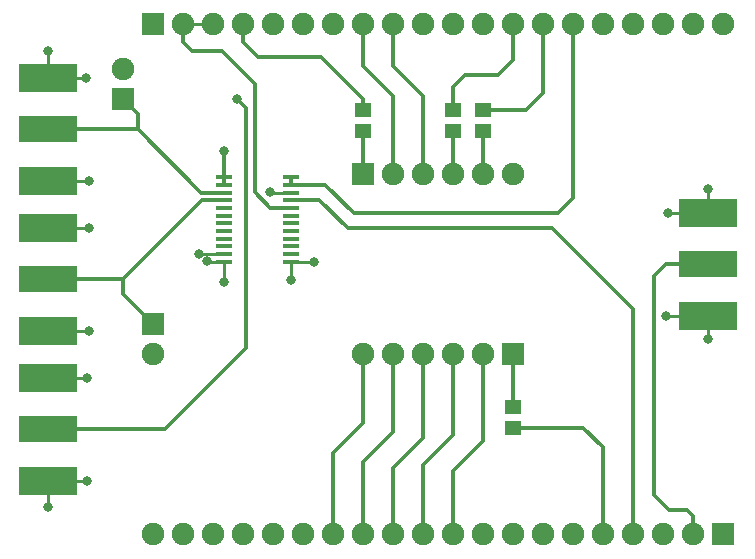
<source format=gbr>
G04 #@! TF.GenerationSoftware,KiCad,Pcbnew,5.0.0-rc2-dev-unknown-5ef715f~63~ubuntu16.04.1*
G04 #@! TF.CreationDate,2018-05-28T16:07:58+01:00*
G04 #@! TF.ProjectId,nano-shield,6E616E6F2D736869656C642E6B696361,rev?*
G04 #@! TF.SameCoordinates,Original*
G04 #@! TF.FileFunction,Copper,L1,Top,Signal*
G04 #@! TF.FilePolarity,Positive*
%FSLAX46Y46*%
G04 Gerber Fmt 4.6, Leading zero omitted, Abs format (unit mm)*
G04 Created by KiCad (PCBNEW 5.0.0-rc2-dev-unknown-5ef715f~63~ubuntu16.04.1) date Mon May 28 16:07:58 2018*
%MOMM*%
%LPD*%
G01*
G04 APERTURE LIST*
%ADD10R,1.350000X0.450000*%
%ADD11C,1.900000*%
%ADD12R,1.900000X1.900000*%
%ADD13R,1.450000X1.150000*%
%ADD14R,5.000000X2.400000*%
%ADD15R,5.000000X2.300000*%
%ADD16C,0.800000*%
%ADD17C,0.300000*%
%ADD18C,0.250000*%
G04 APERTURE END LIST*
D10*
X54275000Y-43415000D03*
X54275000Y-44065000D03*
X54275000Y-44715000D03*
X54275000Y-45365000D03*
X54275000Y-46015000D03*
X54275000Y-46665000D03*
X54275000Y-47315000D03*
X54275000Y-47965000D03*
X54275000Y-48615000D03*
X54275000Y-49265000D03*
X54275000Y-49915000D03*
X54275000Y-50565000D03*
X60025000Y-50565000D03*
X60025000Y-49915000D03*
X60025000Y-49265000D03*
X60025000Y-48615000D03*
X60025000Y-47965000D03*
X60025000Y-47315000D03*
X60025000Y-46665000D03*
X60025000Y-46015000D03*
X60025000Y-45365000D03*
X60025000Y-44715000D03*
X60025000Y-44065000D03*
X60025000Y-43415000D03*
D11*
X48259999Y-73660000D03*
X50799999Y-73660000D03*
X53339999Y-73660000D03*
X55879999Y-73660000D03*
X58419999Y-73660000D03*
X60959999Y-73660000D03*
X63499999Y-73660000D03*
X66039999Y-73660000D03*
X68579999Y-73660000D03*
X71119999Y-73660000D03*
X73659999Y-73660000D03*
X76199999Y-73660000D03*
X78739999Y-73660000D03*
X81279999Y-73660000D03*
X83819999Y-73660000D03*
X86359999Y-73660000D03*
X88899999Y-73660000D03*
X91439999Y-73660000D03*
X93979999Y-73660000D03*
D12*
X96519999Y-73660000D03*
X48260000Y-30480000D03*
D11*
X50800000Y-30480000D03*
X53340000Y-30480000D03*
X55880000Y-30480000D03*
X58420000Y-30480000D03*
X60960000Y-30480000D03*
X63500000Y-30480000D03*
X66040000Y-30480000D03*
X68580000Y-30480000D03*
X71120000Y-30480000D03*
X73660000Y-30480000D03*
X76200000Y-30480000D03*
X78740000Y-30480000D03*
X81280000Y-30480000D03*
X83820000Y-30480000D03*
X86360000Y-30480000D03*
X88900000Y-30480000D03*
X91440000Y-30480000D03*
X93980000Y-30480000D03*
X96520000Y-30480000D03*
D12*
X66040000Y-43180000D03*
D11*
X68580000Y-43180000D03*
X71120000Y-43180000D03*
X73660000Y-43180000D03*
X76200000Y-43180000D03*
X78740000Y-43180000D03*
X66040000Y-58420000D03*
X68580000Y-58420000D03*
X71120000Y-58420000D03*
X73660000Y-58420000D03*
X76200000Y-58420000D03*
D12*
X78740000Y-58420000D03*
X45720000Y-36830001D03*
D11*
X45720000Y-34290001D03*
X48260000Y-58420000D03*
D12*
X48260000Y-55880000D03*
D13*
X66040000Y-39508000D03*
X66040000Y-37708000D03*
X73660000Y-37708000D03*
X73660000Y-39508000D03*
X76200000Y-39508000D03*
X76200000Y-37708000D03*
X78740000Y-62854000D03*
X78740000Y-64654000D03*
D14*
X95250000Y-55175000D03*
X95250000Y-46425000D03*
D15*
X95250000Y-50800000D03*
X39370000Y-64770000D03*
D14*
X39370000Y-69145000D03*
X39370000Y-60395000D03*
X39370000Y-34995000D03*
X39370000Y-43745000D03*
D15*
X39370000Y-39370000D03*
X39370000Y-52070000D03*
D14*
X39370000Y-56445000D03*
X39370000Y-47695000D03*
D16*
X55372000Y-36830000D03*
X54275000Y-41229000D03*
X52201000Y-49915000D03*
X54275000Y-52243000D03*
X60025000Y-52151000D03*
X61957000Y-50565000D03*
X52832000Y-50546000D03*
X95250000Y-57150000D03*
X91751000Y-55175000D03*
X95250000Y-44450000D03*
X91891000Y-46425000D03*
X39370000Y-32766000D03*
X42615000Y-34995000D03*
X42869000Y-43745000D03*
X42869000Y-47695000D03*
X42869000Y-56445000D03*
X42729000Y-60395000D03*
X42729000Y-69145000D03*
X39370000Y-71374000D03*
X58166000Y-44704000D03*
D17*
X54275000Y-44715000D02*
X52335000Y-44715000D01*
X46990000Y-39370000D02*
X39370000Y-39370000D01*
X52335000Y-44715000D02*
X46990000Y-39370000D01*
X46990000Y-39370000D02*
X46990000Y-38100000D01*
X45720001Y-36830001D02*
X45720000Y-36830001D01*
X46990000Y-38100000D02*
X45720001Y-36830001D01*
X54275000Y-45365000D02*
X52425000Y-45365000D01*
X45720000Y-52070000D02*
X39370000Y-52070000D01*
X52425000Y-45365000D02*
X45720000Y-52070000D01*
X45720000Y-53340000D02*
X45720000Y-52070000D01*
X48260000Y-55880000D02*
X45720000Y-53340000D01*
X50800000Y-32004000D02*
X50800000Y-30480000D01*
X60025000Y-46015000D02*
X58207000Y-46015000D01*
X58207000Y-46015000D02*
X56896000Y-44704000D01*
X56896000Y-44704000D02*
X56896000Y-35560000D01*
X54102000Y-32766000D02*
X51562000Y-32766000D01*
X56896000Y-35560000D02*
X54102000Y-32766000D01*
X51562000Y-32766000D02*
X50800000Y-32004000D01*
X60025000Y-45365000D02*
X62383000Y-45365000D01*
X62383000Y-45365000D02*
X64770000Y-47752000D01*
X64770000Y-47752000D02*
X82042000Y-47752000D01*
X88899999Y-54609999D02*
X88899999Y-73660000D01*
X82042000Y-47752000D02*
X88899999Y-54609999D01*
X83820000Y-30480000D02*
X83820000Y-45212000D01*
X83820000Y-45212000D02*
X82550000Y-46482000D01*
X82550000Y-46482000D02*
X65278000Y-46482000D01*
X62861000Y-44065000D02*
X60025000Y-44065000D01*
X65278000Y-46482000D02*
X62861000Y-44065000D01*
X60025000Y-43415000D02*
X60025000Y-44065000D01*
X63499999Y-73660000D02*
X63499999Y-66802001D01*
X66040000Y-64262000D02*
X66040000Y-58420000D01*
X63499999Y-66802001D02*
X66040000Y-64262000D01*
X66039999Y-73660000D02*
X66039999Y-67564001D01*
X68580000Y-65024000D02*
X68580000Y-58420000D01*
X66039999Y-67564001D02*
X68580000Y-65024000D01*
X68579999Y-73660000D02*
X68579999Y-68072001D01*
X71120000Y-65532000D02*
X71120000Y-58420000D01*
X68579999Y-68072001D02*
X71120000Y-65532000D01*
X71119999Y-73660000D02*
X71119999Y-67818001D01*
X73660000Y-65278000D02*
X73660000Y-58420000D01*
X71119999Y-67818001D02*
X73660000Y-65278000D01*
X73659999Y-73660000D02*
X73659999Y-68326001D01*
X76200000Y-65786000D02*
X76200000Y-58420000D01*
X73659999Y-68326001D02*
X76200000Y-65786000D01*
X84720000Y-64654000D02*
X79756000Y-64654000D01*
X79756000Y-64654000D02*
X78740000Y-64654000D01*
X86359999Y-66293999D02*
X84720000Y-64654000D01*
X86359999Y-73660000D02*
X86359999Y-66293999D01*
X93979999Y-72135999D02*
X93979999Y-73660000D01*
X93472000Y-71628000D02*
X93979999Y-72135999D01*
X95250000Y-50800000D02*
X91694000Y-50800000D01*
X91948000Y-71628000D02*
X93472000Y-71628000D01*
X90678000Y-51816000D02*
X90678000Y-70358000D01*
X91694000Y-50800000D02*
X90678000Y-51816000D01*
X90678000Y-70358000D02*
X91948000Y-71628000D01*
X66040000Y-37708000D02*
X66040000Y-36830000D01*
X66040000Y-36830000D02*
X62484000Y-33274000D01*
X62484000Y-33274000D02*
X57150000Y-33274000D01*
X55880000Y-32004000D02*
X55880000Y-30480000D01*
X57150000Y-33274000D02*
X55880000Y-32004000D01*
X39370000Y-64770000D02*
X49276000Y-64770000D01*
X49276000Y-64770000D02*
X56134000Y-57912000D01*
X56134000Y-57912000D02*
X56134000Y-37592000D01*
X56134000Y-37592000D02*
X55372000Y-36830000D01*
X68580000Y-43180000D02*
X68580000Y-36576000D01*
X66040000Y-34036000D02*
X66040000Y-30480000D01*
X68580000Y-36576000D02*
X66040000Y-34036000D01*
X71120000Y-43180000D02*
X71120000Y-36576000D01*
X68580000Y-34036000D02*
X68580000Y-30480000D01*
X71120000Y-36576000D02*
X68580000Y-34036000D01*
X78740000Y-33528000D02*
X78740000Y-30480000D01*
X73660000Y-37708000D02*
X73660000Y-35814000D01*
X73660000Y-35814000D02*
X74676000Y-34798000D01*
X74676000Y-34798000D02*
X77470000Y-34798000D01*
X77470000Y-34798000D02*
X78740000Y-33528000D01*
X81280000Y-33274000D02*
X81280000Y-30480000D01*
X76200000Y-37708000D02*
X79894000Y-37708000D01*
X81280000Y-36322000D02*
X81280000Y-33274000D01*
X79894000Y-37708000D02*
X81280000Y-36322000D01*
X66040000Y-39508000D02*
X66040000Y-43180000D01*
X73660000Y-43180000D02*
X73660000Y-39508000D01*
X76200000Y-39508000D02*
X76200000Y-43180000D01*
X78740000Y-58420000D02*
X78740000Y-62854000D01*
X54275000Y-44065000D02*
X54275000Y-43415000D01*
X54275000Y-43415000D02*
X54275000Y-41229000D01*
D18*
X54275000Y-49915000D02*
X52201000Y-49915000D01*
X54275000Y-50565000D02*
X54275000Y-52243000D01*
X60025000Y-50565000D02*
X60025000Y-52151000D01*
X60025000Y-50565000D02*
X61957000Y-50565000D01*
X54275000Y-50565000D02*
X52851000Y-50565000D01*
X52851000Y-50565000D02*
X52832000Y-50546000D01*
X95250000Y-55175000D02*
X95250000Y-57150000D01*
X95250000Y-55175000D02*
X91751000Y-55175000D01*
X95250000Y-46425000D02*
X95250000Y-44450000D01*
X95250000Y-46425000D02*
X91891000Y-46425000D01*
X39370000Y-34995000D02*
X39370000Y-32766000D01*
X39370000Y-34995000D02*
X42615000Y-34995000D01*
X39370000Y-43745000D02*
X42869000Y-43745000D01*
X39370000Y-47695000D02*
X42869000Y-47695000D01*
X39370000Y-56445000D02*
X42869000Y-56445000D01*
X39370000Y-60395000D02*
X42729000Y-60395000D01*
X39370000Y-69145000D02*
X42729000Y-69145000D01*
X39370000Y-69145000D02*
X39370000Y-71374000D01*
X60025000Y-44715000D02*
X58177000Y-44715000D01*
X58177000Y-44715000D02*
X58166000Y-44704000D01*
X50800000Y-30480000D02*
X53340000Y-30480000D01*
M02*

</source>
